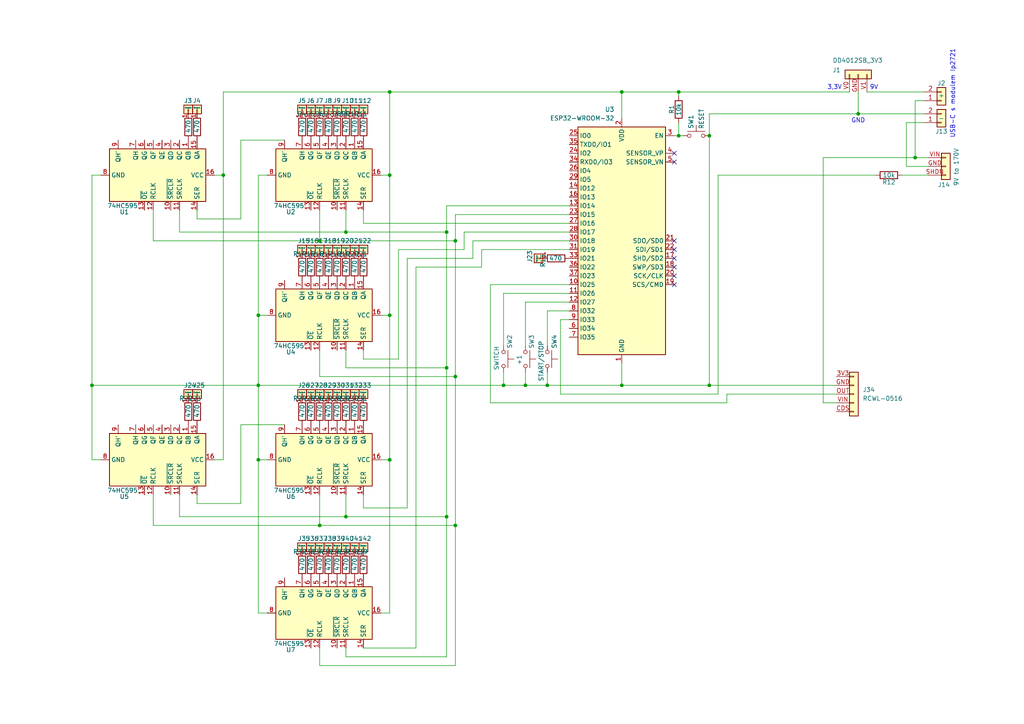
<source format=kicad_sch>
(kicad_sch (version 20250114) (generator "eeschema") (generator_version "9.0")
  (paper "A4")
  (lib_symbols
    (symbol "74xx:74HC595"
      (property "Reference" "U" (at -7.62 13.97 0))
      (property "Value" "74HC595" (at -7.62 -16.51 0))
      (symbol "74HC595_1_0"
        (pin input line (at -10.16 10.16 0) (length 2.54) (name "SER") (number "14"))
        (pin input line (at -10.16 5.08 0) (length 2.54) (name "SRCLK") (number "11"))
        (pin input line (at -10.16 2.54 0) (length 2.54) (name "~{SRCLR}") (number "10"))
        (pin input line (at -10.16 -2.54 0) (length 2.54) (name "RCLK") (number "12"))
        (pin input line (at -10.16 -5.08 0) (length 2.54) (name "~{OE}") (number "13"))
        (pin power_in line (at 0 15.24 270) (length 2.54) (name "VCC") (number "16"))
        (pin power_in line (at 0 -17.78 90) (length 2.54) (name "GND") (number "8"))
        (pin tri_state line (at 10.16 10.16 180) (length 2.54) (name "QA") (number "15"))
        (pin tri_state line (at 10.16 7.62 180) (length 2.54) (name "QB") (number "1"))
        (pin tri_state line (at 10.16 5.08 180) (length 2.54) (name "QC") (number "2"))
        (pin tri_state line (at 10.16 2.54 180) (length 2.54) (name "QD") (number "3"))
        (pin tri_state line (at 10.16 0 180) (length 2.54) (name "QE") (number "4"))
        (pin tri_state line (at 10.16 -2.54 180) (length 2.54) (name "QF") (number "5"))
        (pin tri_state line (at 10.16 -5.08 180) (length 2.54) (name "QG") (number "6"))
        (pin tri_state line (at 10.16 -7.62 180) (length 2.54) (name "QH") (number "7"))
        (pin output line (at 10.16 -12.7 180) (length 2.54) (name "QH'") (number "9"))
      )
    )
    (symbol "Conn_01x01_1" (pin_names (offset 1.016) (hide yes))
      (property "Reference" "J6" (at 2.54 1.27 90))
      (property "Value" "Output" (at 0.508 1.016 90))
      (symbol "Conn_01x01_1_1_1"
        (pin passive line (at -2.54 0 0) (length 1.27) (name "Pin_1") (number "1"))
      )
    )
    (symbol "Conn_01x03_1" (pin_names (offset 1.016) (hide yes))
      (property "Reference" "J42" (at 1.2701 -5.08 90))
      (property "Value" "DD4012SB_3V3" (at 4.064 7.112 90))
      (symbol "Conn_01x03_1_1_1"
        (pin passive line (at -5.08 2.54 0) (length 3.81) (name "Pin_1") (number "VIN"))
        (pin passive line (at -5.08 0 0) (length 3.81) (name "Pin_2") (number "GND"))
        (pin passive line (at -5.08 -2.54 0) (length 3.81) (name "Pin_3") (number "SHDN"))
      )
    )
    (symbol "Connector_Generic:Conn_01x02" (pin_names (offset 1.016) (hide yes))
      (property "Reference" "J" (at 0 2.54 0))
      (property "Value" "Conn_01x02" (at 0 -5.08 0))
      (symbol "Conn_01x02_1_1"
        (pin passive line (at -5.08 0 0) (length 3.81) (name "Pin_1") (number "1"))
        (pin passive line (at -5.08 -2.54 0) (length 3.81) (name "Pin_2") (number "2"))
      )
    )
    (symbol "Connector_Generic:Conn_01x03" (pin_names (offset 1.016) (hide yes))
      (property "Reference" "J2" (at 1.2701 -5.08 90))
      (property "Value" "DD4012SB_3V3" (at 4.064 7.112 90))
      (symbol "Conn_01x03_1_1"
        (pin passive line (at -5.08 2.54 0) (length 3.81) (name "Pin_1") (number "V1"))
        (pin passive line (at -5.08 0 0) (length 3.81) (name "Pin_2") (number "GND"))
        (pin passive line (at -5.08 -2.54 0) (length 3.81) (name "Pin_3") (number "V0"))
      )
    )
    (symbol "Connector_Generic:Conn_01x05" (pin_names (offset 1.016) (hide yes))
      (property "Reference" "J24" (at 2.54 1.2701 0))
      (property "Value" "RCWL-0516" (at 2.54 -1.2699 0))
      (symbol "Conn_01x05_1_1"
        (pin passive line (at -5.08 5.08 0) (length 3.81) (name "Pin_1") (number "3V3"))
        (pin passive line (at -5.08 2.54 0) (length 3.81) (name "Pin_2") (number "GND"))
        (pin passive line (at -5.08 0 0) (length 3.81) (name "Pin_3") (number "OUT"))
        (pin passive line (at -5.08 -2.54 0) (length 3.81) (name "Pin_4") (number "VIN"))
        (pin passive line (at -5.08 -5.08 0) (length 3.81) (name "Pin_5") (number "CDS"))
      )
    )
    (symbol "Device:R" (pin_numbers (hide yes)) (pin_names (offset 0))
      (property "Reference" "R" (at 2.032 0 90))
      (property "Value" "R" (at 0 0 90))
      (symbol "R_1_1"
        (pin passive line (at 0 3.81 270) (length 1.27) (name "~") (number "1"))
        (pin passive line (at 0 -3.81 90) (length 1.27) (name "~") (number "2"))
      )
    )
    (symbol "RF_Module:ESP32-WROOM-32"
      (property "Reference" "U" (at -12.7 34.29 0))
      (property "Value" "ESP32-WROOM-32" (at 1.27 34.29 0))
      (symbol "ESP32-WROOM-32_1_1"
        (pin input line (at -15.24 30.48 0) (length 2.54) (name "EN") (number "3"))
        (pin input line (at -15.24 25.4 0) (length 2.54) (name "SENSOR_VP") (number "4"))
        (pin input line (at -15.24 22.86 0) (length 2.54) (name "SENSOR_VN") (number "5"))
        (pin bidirectional line (at -15.24 0 0) (length 2.54) (name "SDO/SD0") (number "21"))
        (pin bidirectional line (at -15.24 -2.54 0) (length 2.54) (name "SDI/SD1") (number "22"))
        (pin bidirectional line (at -15.24 -5.08 0) (length 2.54) (name "SHD/SD2") (number "17"))
        (pin bidirectional line (at -15.24 -7.62 0) (length 2.54) (name "SWP/SD3") (number "18"))
        (pin bidirectional line (at -15.24 -10.16 0) (length 2.54) (name "SCK/CLK") (number "20"))
        (pin bidirectional line (at -15.24 -12.7 0) (length 2.54) (name "SCS/CMD") (number "19"))
        (pin no_connect line (at -12.7 -27.94 0) (length 2.54) (hide yes) (name "NC") (number "32"))
        (pin power_in line (at 0 35.56 270) (length 2.54) (name "VDD") (number "2"))
        (pin power_in line (at 0 -35.56 90) (length 2.54) (name "GND") (number "1"))
        (pin passive line (at 0 -35.56 90) (length 2.54) (hide yes) (name "GND") (number "15"))
        (pin passive line (at 0 -35.56 90) (length 2.54) (hide yes) (name "GND") (number "38"))
        (pin passive line (at 0 -35.56 90) (length 2.54) (hide yes) (name "GND") (number "39"))
        (pin bidirectional line (at 15.24 30.48 180) (length 2.54) (name "IO0") (number "25"))
        (pin bidirectional line (at 15.24 27.94 180) (length 2.54) (name "TXD0/IO1") (number "35"))
        (pin bidirectional line (at 15.24 25.4 180) (length 2.54) (name "IO2") (number "24"))
        (pin bidirectional line (at 15.24 22.86 180) (length 2.54) (name "RXD0/IO3") (number "34"))
        (pin bidirectional line (at 15.24 20.32 180) (length 2.54) (name "IO4") (number "26"))
        (pin bidirectional line (at 15.24 17.78 180) (length 2.54) (name "IO5") (number "29"))
        (pin bidirectional line (at 15.24 15.24 180) (length 2.54) (name "IO12") (number "14"))
        (pin bidirectional line (at 15.24 12.7 180) (length 2.54) (name "IO13") (number "16"))
        (pin bidirectional line (at 15.24 10.16 180) (length 2.54) (name "IO14") (number "13"))
        (pin bidirectional line (at 15.24 7.62 180) (length 2.54) (name "IO15") (number "23"))
        (pin bidirectional line (at 15.24 5.08 180) (length 2.54) (name "IO16") (number "27"))
        (pin bidirectional line (at 15.24 2.54 180) (length 2.54) (name "IO17") (number "28"))
        (pin bidirectional line (at 15.24 0 180) (length 2.54) (name "IO18") (number "30"))
        (pin bidirectional line (at 15.24 -2.54 180) (length 2.54) (name "IO19") (number "31"))
        (pin bidirectional line (at 15.24 -5.08 180) (length 2.54) (name "IO21") (number "33"))
        (pin bidirectional line (at 15.24 -7.62 180) (length 2.54) (name "IO22") (number "36"))
        (pin bidirectional line (at 15.24 -10.16 180) (length 2.54) (name "IO23") (number "37"))
        (pin bidirectional line (at 15.24 -12.7 180) (length 2.54) (name "IO25") (number "10"))
        (pin bidirectional line (at 15.24 -15.24 180) (length 2.54) (name "IO26") (number "11"))
        (pin bidirectional line (at 15.24 -17.78 180) (length 2.54) (name "IO27") (number "12"))
        (pin bidirectional line (at 15.24 -20.32 180) (length 2.54) (name "IO32") (number "8"))
        (pin bidirectional line (at 15.24 -22.86 180) (length 2.54) (name "IO33") (number "9"))
        (pin input line (at 15.24 -25.4 180) (length 2.54) (name "IO34") (number "6"))
        (pin input line (at 15.24 -27.94 180) (length 2.54) (name "IO35") (number "7"))
      )
    )
    (symbol "R_1" (pin_numbers (hide yes)) (pin_names (offset 0))
      (property "Reference" "R15" (at -1.27 3.81 0))
      (property "Value" "470" (at 0 -1.778 90))
      (symbol "R_1_1_1"
        (pin passive line (at 0 2.54 270) (length 0) (name "~") (number "1"))
        (pin passive line (at 0 -3.81 90) (length 1.27) (name "~") (number "2"))
      )
    )
    (symbol "Switch:SW_Push" (pin_numbers (hide yes)) (pin_names (offset 1.016) (hide yes))
      (property "Reference" "SW1" (at 1.524 6.096 90))
      (property "Value" "SW_Push" (at -1.524 10.414 90))
      (symbol "SW_Push_1_1"
        (pin passive line (at -3.81 0 0) (length 1.27) (name "1") (number "1"))
        (pin passive line (at 3.81 0 180) (length 1.27) (name "2") (number "2"))
      )
    )
  )
  (text "9V" (at 253.492 25.4 0) (effects (font (size 1.27 1.27))))
  (text "3,3V" (at 242.062 25.4 0) (effects (font (size 1.27 1.27))))
  (text "GND" (at 248.92 35.052 0) (effects (font (size 1.27 1.27))))
  (text "USB-C s modulem Ip2721" (at 276.352 27.178 90) (effects (font (size 1.27 1.27))))
  (junction (at 265.43 45.72))
  (junction (at 196.85 26.67))
  (junction (at 74.93 111.76))
  (junction (at 92.71 69.85))
  (junction (at 100.33 67.31))
  (junction (at 180.34 111.76))
  (junction (at 180.34 26.67))
  (junction (at 113.03 133.35))
  (junction (at 132.08 109.22))
  (junction (at 248.92 33.02))
  (junction (at 74.93 91.44))
  (junction (at 158.75 111.76))
  (junction (at 152.4 111.76))
  (junction (at 132.08 152.4))
  (junction (at 205.74 39.37))
  (junction (at 205.74 111.76))
  (junction (at 129.54 106.68))
  (junction (at 129.54 67.31))
  (junction (at 113.03 26.67))
  (junction (at 113.03 91.44))
  (junction (at 64.77 50.8))
  (junction (at 100.33 149.86))
  (junction (at 146.05 111.76))
  (junction (at 196.85 39.37))
  (junction (at 129.54 149.86))
  (junction (at 26.67 111.76))
  (junction (at 132.08 69.85))
  (junction (at 74.93 133.35))
  (junction (at 92.71 152.4))
  (junction (at 113.03 50.8))
  (no_connect (at 195.58 72.39))
  (no_connect (at 195.58 74.93))
  (no_connect (at -800.1 -491.49))
  (no_connect (at 195.58 77.47))
  (no_connect (at 195.58 69.85))
  (no_connect (at -1386.84 -1120.14))
  (no_connect (at 195.58 44.45))
  (no_connect (at 195.58 46.99))
  (no_connect (at 195.58 82.55))
  (no_connect (at 195.58 80.01))
  (wire (pts (xy 208.28 50.8) (xy 208.28 114.3)))
  (wire (pts (xy 69.85 40.64) (xy 69.85 63.5)))
  (wire (pts (xy 152.4 111.76) (xy 158.75 111.76)))
  (wire (pts (xy 246.38 26.67) (xy 196.85 26.67)))
  (wire (pts (xy 115.57 104.14) (xy 105.41 104.14)))
  (wire (pts (xy 162.56 92.71) (xy 162.56 114.3)))
  (wire (pts (xy 165.1 64.77) (xy 105.41 64.77)))
  (wire (pts (xy 205.74 33.02) (xy 205.74 39.37)))
  (wire (pts (xy 165.1 90.17) (xy 158.75 90.17)))
  (wire (pts (xy 208.28 114.3) (xy 162.56 114.3)))
  (wire (pts (xy 113.03 26.67) (xy 180.34 26.67)))
  (wire (pts (xy 77.47 177.8) (xy 74.93 177.8)))
  (wire (pts (xy 74.93 133.35) (xy 74.93 177.8)))
  (wire (pts (xy 120.65 77.47) (xy 139.7 77.47)))
  (wire (pts (xy 142.24 82.55) (xy 142.24 116.84)))
  (wire (pts (xy 129.54 190.5) (xy 129.54 149.86)))
  (wire (pts (xy 152.4 107.95) (xy 152.4 111.76)))
  (wire (pts (xy 134.62 67.31) (xy 134.62 72.39)))
  (wire (pts (xy 64.77 26.67) (xy 64.77 50.8)))
  (wire (pts (xy 210.82 114.3) (xy 242.57 114.3)))
  (wire (pts (xy 129.54 67.31) (xy 129.54 106.68)))
  (wire (pts (xy 129.54 106.68) (xy 100.33 106.68)))
  (wire (pts (xy 165.1 59.69) (xy 129.54 59.69)))
  (wire (pts (xy 242.57 116.84) (xy 238.76 116.84)))
  (wire (pts (xy 26.67 111.76) (xy 74.93 111.76)))
  (wire (pts (xy 248.92 33.02) (xy 205.74 33.02)))
  (wire (pts (xy 110.49 133.35) (xy 113.03 133.35)))
  (wire (pts (xy 82.55 40.64) (xy 69.85 40.64)))
  (wire (pts (xy 110.49 177.8) (xy 113.03 177.8)))
  (wire (pts (xy 100.33 190.5) (xy 129.54 190.5)))
  (wire (pts (xy 152.4 100.33) (xy 152.4 87.63)))
  (wire (pts (xy 113.03 26.67) (xy 113.03 50.8)))
  (wire (pts (xy 195.58 39.37) (xy 196.85 39.37)))
  (wire (pts (xy 238.76 116.84) (xy 238.76 45.72)))
  (wire (pts (xy 64.77 50.8) (xy 62.23 50.8)))
  (wire (pts (xy 146.05 85.09) (xy 146.05 100.33)))
  (wire (pts (xy 129.54 67.31) (xy 100.33 67.31)))
  (wire (pts (xy 57.15 63.5) (xy 57.15 60.96)))
  (wire (pts (xy 74.93 111.76) (xy 74.93 133.35)))
  (wire (pts (xy 105.41 101.6) (xy 105.41 104.14)))
  (wire (pts (xy 142.24 116.84) (xy 210.82 116.84)))
  (wire (pts (xy 129.54 149.86) (xy 100.33 149.86)))
  (wire (pts (xy 158.75 90.17) (xy 158.75 100.33)))
  (wire (pts (xy 115.57 72.39) (xy 115.57 104.14)))
  (wire (pts (xy 180.34 26.67) (xy 180.34 34.29)))
  (wire (pts (xy 146.05 111.76) (xy 152.4 111.76)))
  (wire (pts (xy 113.03 50.8) (xy 113.03 91.44)))
  (wire (pts (xy 64.77 50.8) (xy 64.77 133.35)))
  (wire (pts (xy 165.1 67.31) (xy 134.62 67.31)))
  (wire (pts (xy 57.15 146.05) (xy 69.85 146.05)))
  (wire (pts (xy 180.34 111.76) (xy 180.34 105.41)))
  (wire (pts (xy 120.65 187.96) (xy 120.65 77.47)))
  (wire (pts (xy 92.71 69.85) (xy 44.45 69.85)))
  (wire (pts (xy 100.33 143.51) (xy 100.33 149.86)))
  (wire (pts (xy 129.54 59.69) (xy 129.54 67.31)))
  (wire (pts (xy 165.1 85.09) (xy 146.05 85.09)))
  (wire (pts (xy 29.21 133.35) (xy 26.67 133.35)))
  (wire (pts (xy 92.71 187.96) (xy 92.71 193.04)))
  (wire (pts (xy 210.82 116.84) (xy 210.82 114.3)))
  (wire (pts (xy 118.11 74.93) (xy 137.16 74.93)))
  (wire (pts (xy 74.93 111.76) (xy 146.05 111.76)))
  (wire (pts (xy 52.07 149.86) (xy 100.33 149.86)))
  (wire (pts (xy 69.85 63.5) (xy 57.15 63.5)))
  (wire (pts (xy 44.45 69.85) (xy 44.45 60.96)))
  (wire (pts (xy 69.85 123.19) (xy 69.85 146.05)))
  (wire (pts (xy 100.33 67.31) (xy 52.07 67.31)))
  (wire (pts (xy 92.71 60.96) (xy 92.71 69.85)))
  (wire (pts (xy 248.92 26.67) (xy 248.92 33.02)))
  (wire (pts (xy 251.46 26.67) (xy 267.97 26.67)))
  (wire (pts (xy 74.93 91.44) (xy 77.47 91.44)))
  (wire (pts (xy 105.41 187.96) (xy 120.65 187.96)))
  (wire (pts (xy 113.03 91.44) (xy 113.03 133.35)))
  (wire (pts (xy 74.93 50.8) (xy 74.93 91.44)))
  (wire (pts (xy 132.08 69.85) (xy 132.08 109.22)))
  (wire (pts (xy 118.11 147.32) (xy 118.11 74.93)))
  (wire (pts (xy 142.24 82.55) (xy 165.1 82.55)))
  (wire (pts (xy 74.93 91.44) (xy 74.93 111.76)))
  (wire (pts (xy 248.92 33.02) (xy 267.97 33.02)))
  (wire (pts (xy 82.55 123.19) (xy 69.85 123.19)))
  (wire (pts (xy 113.03 26.67) (xy 64.77 26.67)))
  (wire (pts (xy 132.08 109.22) (xy 92.71 109.22)))
  (wire (pts (xy 196.85 26.67) (xy 196.85 27.94)))
  (wire (pts (xy 196.85 39.37) (xy 198.12 39.37)))
  (wire (pts (xy 242.57 111.76) (xy 205.74 111.76)))
  (wire (pts (xy 139.7 72.39) (xy 139.7 77.47)))
  (wire (pts (xy 44.45 152.4) (xy 92.71 152.4)))
  (wire (pts (xy 105.41 60.96) (xy 105.41 64.77)))
  (wire (pts (xy 269.24 48.26) (xy 262.89 48.26)))
  (wire (pts (xy 64.77 133.35) (xy 62.23 133.35)))
  (wire (pts (xy 269.24 50.8) (xy 261.62 50.8)))
  (wire (pts (xy 165.1 62.23) (xy 132.08 62.23)))
  (wire (pts (xy 132.08 62.23) (xy 132.08 69.85)))
  (wire (pts (xy 100.33 187.96) (xy 100.33 190.5)))
  (wire (pts (xy 165.1 92.71) (xy 162.56 92.71)))
  (wire (pts (xy 137.16 69.85) (xy 137.16 74.93)))
  (wire (pts (xy 26.67 133.35) (xy 26.67 111.76)))
  (wire (pts (xy 26.67 50.8) (xy 29.21 50.8)))
  (wire (pts (xy 134.62 72.39) (xy 115.57 72.39)))
  (wire (pts (xy 92.71 152.4) (xy 132.08 152.4)))
  (wire (pts (xy 100.33 60.96) (xy 100.33 67.31)))
  (wire (pts (xy 262.89 35.56) (xy 262.89 48.26)))
  (wire (pts (xy 52.07 149.86) (xy 52.07 143.51)))
  (wire (pts (xy 92.71 143.51) (xy 92.71 152.4)))
  (wire (pts (xy 74.93 133.35) (xy 77.47 133.35)))
  (wire (pts (xy 44.45 152.4) (xy 44.45 143.51)))
  (wire (pts (xy 129.54 106.68) (xy 129.54 149.86)))
  (wire (pts (xy 265.43 29.21) (xy 265.43 45.72)))
  (wire (pts (xy 158.75 107.95) (xy 158.75 111.76)))
  (wire (pts (xy 113.03 133.35) (xy 113.03 177.8)))
  (wire (pts (xy 26.67 50.8) (xy 26.67 111.76)))
  (wire (pts (xy 105.41 143.51) (xy 105.41 147.32)))
  (wire (pts (xy 165.1 69.85) (xy 137.16 69.85)))
  (wire (pts (xy 196.85 35.56) (xy 196.85 39.37)))
  (wire (pts (xy 152.4 87.63) (xy 165.1 87.63)))
  (wire (pts (xy 146.05 107.95) (xy 146.05 111.76)))
  (wire (pts (xy 205.74 39.37) (xy 205.74 111.76)))
  (wire (pts (xy 74.93 50.8) (xy 77.47 50.8)))
  (wire (pts (xy 52.07 67.31) (xy 52.07 60.96)))
  (wire (pts (xy 57.15 146.05) (xy 57.15 143.51)))
  (wire (pts (xy 132.08 193.04) (xy 132.08 152.4)))
  (wire (pts (xy 267.97 35.56) (xy 262.89 35.56)))
  (wire (pts (xy 180.34 26.67) (xy 196.85 26.67)))
  (wire (pts (xy 110.49 50.8) (xy 113.03 50.8)))
  (wire (pts (xy 132.08 69.85) (xy 92.71 69.85)))
  (wire (pts (xy 105.41 147.32) (xy 118.11 147.32)))
  (wire (pts (xy 92.71 101.6) (xy 92.71 109.22)))
  (wire (pts (xy 132.08 152.4) (xy 132.08 109.22)))
  (wire (pts (xy 165.1 72.39) (xy 139.7 72.39)))
  (wire (pts (xy 100.33 101.6) (xy 100.33 106.68)))
  (wire (pts (xy 265.43 29.21) (xy 267.97 29.21)))
  (wire (pts (xy 113.03 91.44) (xy 110.49 91.44)))
  (wire (pts (xy 254 50.8) (xy 208.28 50.8)))
  (wire (pts (xy 158.75 111.76) (xy 180.34 111.76)))
  (wire (pts (xy 180.34 111.76) (xy 205.74 111.76)))
  (wire (pts (xy 238.76 45.72) (xy 265.43 45.72)))
  (wire (pts (xy 265.43 45.72) (xy 269.24 45.72)))
  (wire (pts (xy 92.71 193.04) (xy 132.08 193.04)))
  (symbol (lib_name "R_1") (lib_id "Device:R") (at 90.17 163.83 0) (mirror y) (unit 1)
    (property "Reference" "R33" (at 91.44 160.02 0) (effects (justify left)))
    (property "Value" "470" (at 90.17 165.608 90) (effects (justify left)))
    (property "Footprint" "Resistor_SMD:R_1206_3216Metric_Pad1.30x1.75mm_HandSolder" (effects (hide yes)))
    (property "Description" "Resistor" (effects (hide yes)))
  )
  (symbol (lib_name "Conn_01x01_1") (lib_id "Connector_Generic:Conn_01x01") (at 90.17 31.75 90) (unit 1)
    (property "Reference" "J6" (at 88.9 29.21 90) (effects (justify right)))
    (property "Value" "Output" (at 89.154 31.242 90) (effects (font (size 0.381 0.381)) (justify right)))
    (property "Footprint" "Connector_PinHeader_2.00mm:PinHeader_1x01_P2.00mm_Horizontal" (effects (hide yes)))
    (property "Description" "Generic connector, single row, 01x01, script generated (kicad-library-utils/schlib/autogen/connector/)" (effects (hide yes)))
  )
  (symbol (lib_name "R_1") (lib_id "Device:R") (at 105.41 119.38 0) (mirror y) (unit 1)
    (property "Reference" "R31" (at 106.68 115.57 0) (effects (justify left)))
    (property "Value" "470" (at 105.41 121.158 90) (effects (justify left)))
    (property "Footprint" "Resistor_SMD:R_1206_3216Metric_Pad1.30x1.75mm_HandSolder" (effects (hide yes)))
    (property "Description" "Resistor" (effects (hide yes)))
  )
  (symbol (lib_name "R_1") (lib_id "Device:R") (at 97.79 77.47 0) (mirror y) (unit 1)
    (property "Reference" "R18" (at 99.06 73.66 0) (effects (justify left)))
    (property "Value" "470" (at 97.79 79.248 90) (effects (justify left)))
    (property "Footprint" "Resistor_SMD:R_1206_3216Metric_Pad1.30x1.75mm_HandSolder" (effects (hide yes)))
    (property "Description" "Resistor" (effects (hide yes)))
  )
  (symbol (lib_name "R_1") (lib_id "Device:R") (at 95.25 36.83 0) (mirror y) (unit 1)
    (property "Reference" "R7" (at 96.52 33.02 0) (effects (justify left)))
    (property "Value" "470" (at 95.25 38.608 90) (effects (justify left)))
    (property "Footprint" "Resistor_SMD:R_1206_3216Metric_Pad1.30x1.75mm_HandSolder" (effects (hide yes)))
    (property "Description" "Resistor" (effects (hide yes)))
  )
  (symbol (lib_name "R_1") (lib_id "Device:R") (at 105.41 77.47 0) (mirror y) (unit 1)
    (property "Reference" "R21" (at 106.68 73.66 0) (effects (justify left)))
    (property "Value" "470" (at 105.41 79.248 90) (effects (justify left)))
    (property "Footprint" "Resistor_SMD:R_1206_3216Metric_Pad1.30x1.75mm_HandSolder" (effects (hide yes)))
    (property "Description" "Resistor" (effects (hide yes)))
  )
  (symbol (lib_name "Conn_01x01_1") (lib_id "Connector_Generic:Conn_01x01") (at 100.33 114.3 90) (unit 1)
    (property "Reference" "J31" (at 99.06 111.76 90) (effects (justify right)))
    (property "Value" "Output" (at 99.314 113.792 90) (effects (font (size 0.381 0.381)) (justify right)))
    (property "Footprint" "Connector_PinHeader_2.00mm:PinHeader_1x01_P2.00mm_Horizontal" (effects (hide yes)))
    (property "Description" "Generic connector, single row, 01x01, script generated (kicad-library-utils/schlib/autogen/connector/)" (effects (hide yes)))
  )
  (symbol (lib_id "74xx:74HC595") (at 95.25 133.35 270) (mirror x) (unit 1)
    (property "Reference" "U6" (at 84.328 144.018 90))
    (property "Value" "74HC595" (at 83.82 142.24 90))
    (property "Datasheet" "http://www.ti.com/lit/ds/symlink/sn74hc595.pdf" (effects (hide yes)))
    (property "Description" "8-bit serial in/out Shift Register 3-State Outputs" (effects (hide yes)))
    (property "Sim.Library" ".\\" (effects (hide yes)))
  )
  (symbol (lib_name "Conn_01x01_1") (lib_id "Connector_Generic:Conn_01x01") (at 105.41 72.39 90) (unit 1)
    (property "Reference" "J22" (at 104.14 69.85 90) (effects (justify right)))
    (property "Value" "Output" (at 104.394 71.882 90) (effects (font (size 0.381 0.381)) (justify right)))
    (property "Footprint" "Connector_PinHeader_2.00mm:PinHeader_1x01_P2.00mm_Horizontal" (effects (hide yes)))
    (property "Description" "Generic connector, single row, 01x01, script generated (kicad-library-utils/schlib/autogen/connector/)" (effects (hide yes)))
  )
  (symbol (lib_name "Conn_01x01_1") (lib_id "Connector_Generic:Conn_01x01") (at 92.71 114.3 90) (unit 1)
    (property "Reference" "J28" (at 91.44 111.76 90) (effects (justify right)))
    (property "Value" "Output" (at 91.694 113.792 90) (effects (font (size 0.381 0.381)) (justify right)))
    (property "Footprint" "Connector_PinHeader_2.00mm:PinHeader_1x01_P2.00mm_Horizontal" (effects (hide yes)))
    (property "Description" "Generic connector, single row, 01x01, script generated (kicad-library-utils/schlib/autogen/connector/)" (effects (hide yes)))
  )
  (symbol (lib_name "R_1") (lib_id "Device:R") (at 95.25 77.47 0) (mirror y) (unit 1)
    (property "Reference" "R17" (at 96.52 73.66 0) (effects (justify left)))
    (property "Value" "470" (at 95.25 79.248 90) (effects (justify left)))
    (property "Footprint" "Resistor_SMD:R_1206_3216Metric_Pad1.30x1.75mm_HandSolder" (effects (hide yes)))
    (property "Description" "Resistor" (effects (hide yes)))
  )
  (symbol (lib_name "Conn_01x01_1") (lib_id "Connector_Generic:Conn_01x01") (at 95.25 114.3 90) (unit 1)
    (property "Reference" "J29" (at 93.98 111.76 90) (effects (justify right)))
    (property "Value" "Output" (at 94.234 113.792 90) (effects (font (size 0.381 0.381)) (justify right)))
    (property "Footprint" "Connector_PinHeader_2.00mm:PinHeader_1x01_P2.00mm_Horizontal" (effects (hide yes)))
    (property "Description" "Generic connector, single row, 01x01, script generated (kicad-library-utils/schlib/autogen/connector/)" (effects (hide yes)))
  )
  (symbol (lib_name "R_1") (lib_id "Device:R") (at 92.71 77.47 0) (mirror y) (unit 1)
    (property "Reference" "R16" (at 93.98 73.66 0) (effects (justify left)))
    (property "Value" "470" (at 92.71 79.248 90) (effects (justify left)))
    (property "Footprint" "Resistor_SMD:R_1206_3216Metric_Pad1.30x1.75mm_HandSolder" (effects (hide yes)))
    (property "Description" "Resistor" (effects (hide yes)))
  )
  (symbol (lib_name "Conn_01x01_1") (lib_id "Connector_Generic:Conn_01x01") (at 95.25 72.39 90) (unit 1)
    (property "Reference" "J18" (at 93.98 69.85 90) (effects (justify right)))
    (property "Value" "Output" (at 94.234 71.882 90) (effects (font (size 0.381 0.381)) (justify right)))
    (property "Footprint" "Connector_PinHeader_2.00mm:PinHeader_1x01_P2.00mm_Horizontal" (effects (hide yes)))
    (property "Description" "Generic connector, single row, 01x01, script generated (kicad-library-utils/schlib/autogen/connector/)" (effects (hide yes)))
  )
  (symbol (lib_name "Conn_01x01_1") (lib_id "Connector_Generic:Conn_01x01") (at 90.17 158.75 90) (unit 1)
    (property "Reference" "J36" (at 88.9 156.21 90) (effects (justify right)))
    (property "Value" "Output" (at 89.154 158.242 90) (effects (font (size 0.381 0.381)) (justify right)))
    (property "Footprint" "Connector_PinHeader_2.00mm:PinHeader_1x01_P2.00mm_Horizontal" (effects (hide yes)))
    (property "Description" "Generic connector, single row, 01x01, script generated (kicad-library-utils/schlib/autogen/connector/)" (effects (hide yes)))
  )
  (symbol (lib_name "Conn_01x03_1") (lib_id "Connector_Generic:Conn_01x03") (at 274.32 48.26 0) (unit 1)
    (property "Reference" "J14" (at 275.59 53.594 0) (effects (justify right)))
    (property "Value" "9V to 170V" (at 277.368 42.926 90) (effects (justify right)))
    (property "Description" "Generic connector, single row, 01x03, script generated (kicad-library-utils/schlib/autogen/connector/)" (effects (hide yes)))
  )
  (symbol (lib_name "Conn_01x01_1") (lib_id "Connector_Generic:Conn_01x01") (at 87.63 114.3 90) (unit 1)
    (property "Reference" "J26" (at 86.36 111.76 90) (effects (justify right)))
    (property "Value" "Output" (at 86.614 113.792 90) (effects (font (size 0.381 0.381)) (justify right)))
    (property "Footprint" "Connector_PinHeader_2.00mm:PinHeader_1x01_P2.00mm_Horizontal" (effects (hide yes)))
    (property "Description" "Generic connector, single row, 01x01, script generated (kicad-library-utils/schlib/autogen/connector/)" (effects (hide yes)))
  )
  (symbol (lib_name "R_1") (lib_id "Device:R") (at 54.61 119.38 0) (mirror y) (unit 1)
    (property "Reference" "R22" (at 55.88 115.57 0) (effects (justify left)))
    (property "Value" "470" (at 54.61 121.158 90) (effects (justify left)))
    (property "Footprint" "Resistor_SMD:R_1206_3216Metric_Pad1.30x1.75mm_HandSolder" (effects (hide yes)))
    (property "Description" "Resistor" (effects (hide yes)))
  )
  (symbol (lib_id "Connector_Generic:Conn_01x05") (at 247.65 114.3 0) (unit 1)
    (property "Reference" "J34" (at 250.19 113.0299 0) (effects (justify left)))
    (property "Value" "RCWL-0516" (at 250.19 115.5699 0) (effects (justify left)))
    (property "Description" "Generic connector, single row, 01x05, script generated (kicad-library-utils/schlib/autogen/connector/)" (effects (hide yes)))
  )
  (symbol (lib_id "74xx:74HC595") (at 46.99 133.35 270) (mirror x) (unit 1)
    (property "Reference" "U5" (at 36.068 144.018 90))
    (property "Value" "74HC595" (at 35.56 142.24 90))
    (property "Datasheet" "http://www.ti.com/lit/ds/symlink/sn74hc595.pdf" (effects (hide yes)))
    (property "Description" "8-bit serial in/out Shift Register 3-State Outputs" (effects (hide yes)))
  )
  (symbol (lib_name "Conn_01x01_1") (lib_id "Connector_Generic:Conn_01x01") (at 92.71 158.75 90) (unit 1)
    (property "Reference" "J37" (at 91.44 156.21 90) (effects (justify right)))
    (property "Value" "Output" (at 91.694 158.242 90) (effects (font (size 0.381 0.381)) (justify right)))
    (property "Footprint" "Connector_PinHeader_2.00mm:PinHeader_1x01_P2.00mm_Horizontal" (effects (hide yes)))
    (property "Description" "Generic connector, single row, 01x01, script generated (kicad-library-utils/schlib/autogen/connector/)" (effects (hide yes)))
  )
  (symbol (lib_id "Switch:SW_Push") (at 146.05 104.14 270) (mirror x) (unit 1)
    (property "Reference" "SW2" (at 147.828 97.028 0) (effects (justify right)))
    (property "Value" "SWITCH" (at 144.018 100.33 0) (effects (justify right)))
    (property "Description" "Push button switch, generic, two pins" (effects (hide yes)))
  )
  (symbol (lib_name "R_1") (lib_id "Device:R") (at 57.15 119.38 0) (mirror y) (unit 1)
    (property "Reference" "R23" (at 58.42 115.57 0) (effects (justify left)))
    (property "Value" "470" (at 57.15 121.158 90) (effects (justify left)))
    (property "Footprint" "Resistor_SMD:R_1206_3216Metric_Pad1.30x1.75mm_HandSolder" (effects (hide yes)))
    (property "Description" "Resistor" (effects (hide yes)))
  )
  (symbol (lib_name "R_1") (lib_id "Device:R") (at 95.25 163.83 0) (mirror y) (unit 1)
    (property "Reference" "R35" (at 96.52 160.02 0) (effects (justify left)))
    (property "Value" "470" (at 95.25 165.608 90) (effects (justify left)))
    (property "Footprint" "Resistor_SMD:R_1206_3216Metric_Pad1.30x1.75mm_HandSolder" (effects (hide yes)))
    (property "Description" "Resistor" (effects (hide yes)))
  )
  (symbol (lib_name "Conn_01x01_1") (lib_id "Connector_Generic:Conn_01x01") (at 87.63 72.39 90) (unit 1)
    (property "Reference" "J15" (at 86.36 69.85 90) (effects (justify right)))
    (property "Value" "Output" (at 86.614 71.882 90) (effects (font (size 0.381 0.381)) (justify right)))
    (property "Footprint" "Connector_PinHeader_2.00mm:PinHeader_1x01_P2.00mm_Horizontal" (effects (hide yes)))
    (property "Description" "Generic connector, single row, 01x01, script generated (kicad-library-utils/schlib/autogen/connector/)" (effects (hide yes)))
  )
  (symbol (lib_name "Conn_01x01_1") (lib_id "Connector_Generic:Conn_01x01") (at 87.63 31.75 90) (unit 1)
    (property "Reference" "J5" (at 86.36 29.21 90) (effects (justify right)))
    (property "Value" "Output" (at 86.614 31.242 90) (effects (font (size 0.381 0.381)) (justify right)))
    (property "Footprint" "Connector_PinHeader_2.00mm:PinHeader_1x01_P2.00mm_Horizontal" (effects (hide yes)))
    (property "Description" "Generic connector, single row, 01x01, script generated (kicad-library-utils/schlib/autogen/connector/)" (effects (hide yes)))
  )
  (symbol (lib_name "Conn_01x01_1") (lib_id "Connector_Generic:Conn_01x01") (at 54.61 114.3 90) (unit 1)
    (property "Reference" "J24" (at 53.34 111.76 90) (effects (justify right)))
    (property "Value" "Output" (at 53.594 113.792 90) (effects (font (size 0.381 0.381)) (justify right)))
    (property "Footprint" "Connector_PinHeader_2.00mm:PinHeader_1x01_P2.00mm_Horizontal" (effects (hide yes)))
    (property "Description" "Generic connector, single row, 01x01, script generated (kicad-library-utils/schlib/autogen/connector/)" (effects (hide yes)))
  )
  (symbol (lib_name "Conn_01x01_1") (lib_id "Connector_Generic:Conn_01x01") (at 102.87 158.75 90) (unit 1)
    (property "Reference" "J41" (at 101.6 156.21 90) (effects (justify right)))
    (property "Value" "Output" (at 101.854 158.242 90) (effects (font (size 0.381 0.381)) (justify right)))
    (property "Footprint" "Connector_PinHeader_2.00mm:PinHeader_1x01_P2.00mm_Horizontal" (effects (hide yes)))
    (property "Description" "Generic connector, single row, 01x01, script generated (kicad-library-utils/schlib/autogen/connector/)" (effects (hide yes)))
  )
  (symbol (lib_name "Conn_01x01_1") (lib_id "Connector_Generic:Conn_01x01") (at 102.87 31.75 90) (unit 1)
    (property "Reference" "J11" (at 101.6 29.21 90) (effects (justify right)))
    (property "Value" "Output" (at 101.854 31.242 90) (effects (font (size 0.381 0.381)) (justify right)))
    (property "Footprint" "Connector_PinHeader_2.00mm:PinHeader_1x01_P2.00mm_Horizontal" (effects (hide yes)))
    (property "Description" "Generic connector, single row, 01x01, script generated (kicad-library-utils/schlib/autogen/connector/)" (effects (hide yes)))
  )
  (symbol (lib_id "RF_Module:ESP32-WROOM-32") (at 180.34 69.85 0) (mirror y) (unit 1)
    (property "Reference" "U3" (at 178.1967 31.75 0) (effects (justify left)))
    (property "Value" "ESP32-WROOM-32" (at 178.1967 34.29 0) (effects (justify left)))
    (property "Footprint" "RF_Module:ESP32-WROOM-32" (effects (hide yes)))
    (property "Datasheet" "https://www.espressif.com/sites/default/files/documentation/esp32-wroom-32_datasheet_en.pdf" (effects (hide yes)))
    (property "Description" "RF Module, ESP32-D0WDQ6 SoC, Wi-Fi 802.11b/g/n, Bluetooth, BLE, 32-bit, 2.7-3.6V, onboard antenna, SMD" (effects (hide yes)))
  )
  (symbol (lib_name "Conn_01x01_1") (lib_id "Connector_Generic:Conn_01x01") (at 97.79 158.75 90) (unit 1)
    (property "Reference" "J39" (at 96.52 156.21 90) (effects (justify right)))
    (property "Value" "Output" (at 96.774 158.242 90) (effects (font (size 0.381 0.381)) (justify right)))
    (property "Footprint" "Connector_PinHeader_2.00mm:PinHeader_1x01_P2.00mm_Horizontal" (effects (hide yes)))
    (property "Description" "Generic connector, single row, 01x01, script generated (kicad-library-utils/schlib/autogen/connector/)" (effects (hide yes)))
  )
  (symbol (lib_name "R_1") (lib_id "Device:R") (at 92.71 36.83 0) (mirror y) (unit 1)
    (property "Reference" "R6" (at 93.98 33.02 0) (effects (justify left)))
    (property "Value" "470" (at 92.71 38.608 90) (effects (justify left)))
    (property "Footprint" "Resistor_SMD:R_1206_3216Metric_Pad1.30x1.75mm_HandSolder" (effects (hide yes)))
    (property "Description" "Resistor" (effects (hide yes)))
  )
  (symbol (lib_name "R_1") (lib_id "Device:R") (at 100.33 36.83 0) (mirror y) (unit 1)
    (property "Reference" "R9" (at 101.6 33.02 0) (effects (justify left)))
    (property "Value" "470" (at 100.33 38.608 90) (effects (justify left)))
    (property "Footprint" "Resistor_SMD:R_1206_3216Metric_Pad1.30x1.75mm_HandSolder" (effects (hide yes)))
    (property "Description" "Resistor" (effects (hide yes)))
  )
  (symbol (lib_name "R_1") (lib_id "Device:R") (at 87.63 77.47 0) (mirror y) (unit 1)
    (property "Reference" "R14" (at 88.9 73.66 0) (effects (justify left)))
    (property "Value" "470" (at 87.63 79.248 90) (effects (justify left)))
    (property "Footprint" "Resistor_SMD:R_1206_3216Metric_Pad1.30x1.75mm_HandSolder" (effects (hide yes)))
    (property "Description" "Resistor" (effects (hide yes)))
  )
  (symbol (lib_name "R_1") (lib_id "Device:R") (at 92.71 119.38 0) (mirror y) (unit 1)
    (property "Reference" "R26" (at 93.98 115.57 0) (effects (justify left)))
    (property "Value" "470" (at 92.71 121.158 90) (effects (justify left)))
    (property "Footprint" "Resistor_SMD:R_1206_3216Metric_Pad1.30x1.75mm_HandSolder" (effects (hide yes)))
    (property "Description" "Resistor" (effects (hide yes)))
  )
  (symbol (lib_name "Conn_01x01_1") (lib_id "Connector_Generic:Conn_01x01") (at 97.79 72.39 90) (unit 1)
    (property "Reference" "J19" (at 96.52 69.85 90) (effects (justify right)))
    (property "Value" "Output" (at 96.774 71.882 90) (effects (font (size 0.381 0.381)) (justify right)))
    (property "Footprint" "Connector_PinHeader_2.00mm:PinHeader_1x01_P2.00mm_Horizontal" (effects (hide yes)))
    (property "Description" "Generic connector, single row, 01x01, script generated (kicad-library-utils/schlib/autogen/connector/)" (effects (hide yes)))
  )
  (symbol (lib_id "74xx:74HC595") (at 95.25 91.44 270) (mirror x) (unit 1)
    (property "Reference" "U4" (at 84.328 102.108 90))
    (property "Value" "74HC595" (at 83.82 100.33 90))
    (property "Datasheet" "http://www.ti.com/lit/ds/symlink/sn74hc595.pdf" (effects (hide yes)))
    (property "Description" "8-bit serial in/out Shift Register 3-State Outputs" (effects (hide yes)))
  )
  (symbol (lib_name "R_1") (lib_id "Device:R") (at 161.29 74.93 90) (mirror x) (unit 1)
    (property "Reference" "R13" (at 157.48 73.66 0) (effects (justify left)))
    (property "Value" "470" (at 163.068 74.93 90) (effects (justify left)))
    (property "Footprint" "Resistor_SMD:R_1206_3216Metric_Pad1.30x1.75mm_HandSolder" (effects (hide yes)))
    (property "Description" "Resistor" (effects (hide yes)))
  )
  (symbol (lib_name "R_1") (lib_id "Device:R") (at 100.33 119.38 0) (mirror y) (unit 1)
    (property "Reference" "R29" (at 101.6 115.57 0) (effects (justify left)))
    (property "Value" "470" (at 100.33 121.158 90) (effects (justify left)))
    (property "Footprint" "Resistor_SMD:R_1206_3216Metric_Pad1.30x1.75mm_HandSolder" (effects (hide yes)))
    (property "Description" "Resistor" (effects (hide yes)))
  )
  (symbol (lib_name "Conn_01x01_1") (lib_id "Connector_Generic:Conn_01x01") (at 102.87 114.3 90) (unit 1)
    (property "Reference" "J32" (at 101.6 111.76 90) (effects (justify right)))
    (property "Value" "Output" (at 101.854 113.792 90) (effects (font (size 0.381 0.381)) (justify right)))
    (property "Footprint" "Connector_PinHeader_2.00mm:PinHeader_1x01_P2.00mm_Horizontal" (effects (hide yes)))
    (property "Description" "Generic connector, single row, 01x01, script generated (kicad-library-utils/schlib/autogen/connector/)" (effects (hide yes)))
  )
  (symbol (lib_name "R_1") (lib_id "Device:R") (at 102.87 119.38 0) (mirror y) (unit 1)
    (property "Reference" "R30" (at 104.14 115.57 0) (effects (justify left)))
    (property "Value" "470" (at 102.87 121.158 90) (effects (justify left)))
    (property "Footprint" "Resistor_SMD:R_1206_3216Metric_Pad1.30x1.75mm_HandSolder" (effects (hide yes)))
    (property "Description" "Resistor" (effects (hide yes)))
  )
  (symbol (lib_name "Conn_01x01_1") (lib_id "Connector_Generic:Conn_01x01") (at 100.33 72.39 90) (unit 1)
    (property "Reference" "J20" (at 99.06 69.85 90) (effects (justify right)))
    (property "Value" "Output" (at 99.314 71.882 90) (effects (font (size 0.381 0.381)) (justify right)))
    (property "Footprint" "Connector_PinHeader_2.00mm:PinHeader_1x01_P2.00mm_Horizontal" (effects (hide yes)))
    (property "Description" "Generic connector, single row, 01x01, script generated (kicad-library-utils/schlib/autogen/connector/)" (effects (hide yes)))
  )
  (symbol (lib_id "Switch:SW_Push") (at 158.75 104.14 270) (mirror x) (unit 1)
    (property "Reference" "SW4" (at 160.782 97.028 0) (effects (justify right)))
    (property "Value" "START/STOP" (at 156.972 98.806 0) (effects (justify right)))
    (property "Description" "Push button switch, generic, two pins" (effects (hide yes)))
  )
  (symbol (lib_name "Conn_01x01_1") (lib_id "Connector_Generic:Conn_01x01") (at 92.71 72.39 90) (unit 1)
    (property "Reference" "J17" (at 91.44 69.85 90) (effects (justify right)))
    (property "Value" "Output" (at 91.694 71.882 90) (effects (font (size 0.381 0.381)) (justify right)))
    (property "Footprint" "Connector_PinHeader_2.00mm:PinHeader_1x01_P2.00mm_Horizontal" (effects (hide yes)))
    (property "Description" "Generic connector, single row, 01x01, script generated (kicad-library-utils/schlib/autogen/connector/)" (effects (hide yes)))
  )
  (symbol (lib_name "Conn_01x01_1") (lib_id "Connector_Generic:Conn_01x01") (at 100.33 31.75 90) (unit 1)
    (property "Reference" "J10" (at 99.06 29.21 90) (effects (justify right)))
    (property "Value" "Output" (at 99.314 31.242 90) (effects (font (size 0.381 0.381)) (justify right)))
    (property "Footprint" "Connector_PinHeader_2.00mm:PinHeader_1x01_P2.00mm_Horizontal" (effects (hide yes)))
    (property "Description" "Generic connector, single row, 01x01, script generated (kicad-library-utils/schlib/autogen/connector/)" (effects (hide yes)))
  )
  (symbol (lib_name "Conn_01x01_1") (lib_id "Connector_Generic:Conn_01x01") (at 105.41 158.75 90) (unit 1)
    (property "Reference" "J42" (at 104.14 156.21 90) (effects (justify right)))
    (property "Value" "Output" (at 104.394 158.242 90) (effects (font (size 0.381 0.381)) (justify right)))
    (property "Footprint" "Connector_PinHeader_2.00mm:PinHeader_1x01_P2.00mm_Horizontal" (effects (hide yes)))
    (property "Description" "Generic connector, single row, 01x01, script generated (kicad-library-utils/schlib/autogen/connector/)" (effects (hide yes)))
  )
  (symbol (lib_id "74xx:74HC595") (at 95.25 177.8 270) (mirror x) (unit 1)
    (property "Reference" "U7" (at 84.328 188.468 90))
    (property "Value" "74HC595" (at 83.82 186.69 90))
    (property "Datasheet" "http://www.ti.com/lit/ds/symlink/sn74hc595.pdf" (effects (hide yes)))
    (property "Description" "8-bit serial in/out Shift Register 3-State Outputs" (effects (hide yes)))
  )
  (symbol (lib_name "R_1") (lib_id "Device:R") (at 100.33 77.47 0) (mirror y) (unit 1)
    (property "Reference" "R19" (at 101.6 73.66 0) (effects (justify left)))
    (property "Value" "470" (at 100.33 79.248 90) (effects (justify left)))
    (property "Footprint" "Resistor_SMD:R_1206_3216Metric_Pad1.30x1.75mm_HandSolder" (effects (hide yes)))
    (property "Description" "Resistor" (effects (hide yes)))
  )
  (symbol (lib_name "Conn_01x01_1") (lib_id "Connector_Generic:Conn_01x01") (at 92.71 31.75 90) (unit 1)
    (property "Reference" "J7" (at 91.44 29.21 90) (effects (justify right)))
    (property "Value" "Output" (at 91.694 31.242 90) (effects (font (size 0.381 0.381)) (justify right)))
    (property "Footprint" "Connector_PinHeader_2.00mm:PinHeader_1x01_P2.00mm_Horizontal" (effects (hide yes)))
    (property "Description" "Generic connector, single row, 01x01, script generated (kicad-library-utils/schlib/autogen/connector/)" (effects (hide yes)))
  )
  (symbol (lib_name "R_1") (lib_id "Device:R") (at 97.79 36.83 0) (mirror y) (unit 1)
    (property "Reference" "R8" (at 99.06 33.02 0) (effects (justify left)))
    (property "Value" "470" (at 97.79 38.608 90) (effects (justify left)))
    (property "Footprint" "Resistor_SMD:R_1206_3216Metric_Pad1.30x1.75mm_HandSolder" (effects (hide yes)))
    (property "Description" "Resistor" (effects (hide yes)))
  )
  (symbol (lib_id "Switch:SW_Push") (at 152.4 104.14 270) (mirror x) (unit 1)
    (property "Reference" "SW3" (at 154.178 97.028 0) (effects (justify right)))
    (property "Value" "+1" (at 150.622 102.87 0) (effects (justify right)))
    (property "Description" "Push button switch, generic, two pins" (effects (hide yes)))
  )
  (symbol (lib_name "R_1") (lib_id "Device:R") (at 95.25 119.38 0) (mirror y) (unit 1)
    (property "Reference" "R27" (at 96.52 115.57 0) (effects (justify left)))
    (property "Value" "470" (at 95.25 121.158 90) (effects (justify left)))
    (property "Footprint" "Resistor_SMD:R_1206_3216Metric_Pad1.30x1.75mm_HandSolder" (effects (hide yes)))
    (property "Description" "Resistor" (effects (hide yes)))
  )
  (symbol (lib_id "Connector_Generic:Conn_01x02") (at 273.05 35.56 0) (mirror x) (unit 1)
    (property "Reference" "J13" (at 273.05 38.1 0))
    (property "Value" "-" (at 273.05 34.29 0))
    (property "Description" "Generic connector, single row, 01x02, script generated (kicad-library-utils/schlib/autogen/connector/)" (effects (hide yes)))
  )
  (symbol (lib_id "Device:R") (at 257.81 50.8 90) (mirror x) (unit 1)
    (property "Reference" "R12" (at 257.81 52.832 90))
    (property "Value" "10k" (at 257.81 50.8 90))
    (property "Footprint" "Resistor_SMD:R_1206_3216Metric_Pad1.30x1.75mm_HandSolder" (effects (hide yes)))
    (property "Description" "Resistor" (effects (hide yes)))
  )
  (symbol (lib_name "R_1") (lib_id "Device:R") (at 87.63 119.38 0) (mirror y) (unit 1)
    (property "Reference" "R24" (at 88.9 115.57 0) (effects (justify left)))
    (property "Value" "470" (at 87.63 121.158 90) (effects (justify left)))
    (property "Footprint" "Resistor_SMD:R_1206_3216Metric_Pad1.30x1.75mm_HandSolder" (effects (hide yes)))
    (property "Description" "Resistor" (effects (hide yes)))
  )
  (symbol (lib_name "R_1") (lib_id "Device:R") (at 100.33 163.83 0) (mirror y) (unit 1)
    (property "Reference" "R37" (at 101.6 160.02 0) (effects (justify left)))
    (property "Value" "470" (at 100.33 165.608 90) (effects (justify left)))
    (property "Footprint" "Resistor_SMD:R_1206_3216Metric_Pad1.30x1.75mm_HandSolder" (effects (hide yes)))
    (property "Description" "Resistor" (effects (hide yes)))
  )
  (symbol (lib_id "Device:R") (at 196.85 31.75 0) (mirror y) (unit 1)
    (property "Reference" "R1" (at 194.818 31.75 90))
    (property "Value" "10k" (at 196.85 31.75 90))
    (property "Footprint" "Resistor_SMD:R_1206_3216Metric_Pad1.30x1.75mm_HandSolder" (effects (hide yes)))
    (property "Description" "Resistor" (effects (hide yes)))
  )
  (symbol (lib_name "Conn_01x01_1") (lib_id "Connector_Generic:Conn_01x01") (at 102.87 72.39 90) (unit 1)
    (property "Reference" "J21" (at 101.6 69.85 90) (effects (justify right)))
    (property "Value" "Output" (at 101.854 71.882 90) (effects (font (size 0.381 0.381)) (justify right)))
    (property "Footprint" "Connector_PinHeader_2.00mm:PinHeader_1x01_P2.00mm_Horizontal" (effects (hide yes)))
    (property "Description" "Generic connector, single row, 01x01, script generated (kicad-library-utils/schlib/autogen/connector/)" (effects (hide yes)))
  )
  (symbol (lib_name "R_1") (lib_id "Device:R") (at 54.61 36.83 0) (mirror y) (unit 1)
    (property "Reference" "R2" (effects (hide yes)))
    (property "Value" "470" (at 54.61 38.608 90) (effects (justify left)))
    (property "Footprint" "Resistor_SMD:R_1206_3216Metric_Pad1.30x1.75mm_HandSolder" (effects (hide yes)))
    (property "Description" "Resistor" (effects (hide yes)))
  )
  (symbol (lib_id "Connector_Generic:Conn_01x02") (at 273.05 29.21 0) (mirror x) (unit 1)
    (property "Reference" "J2" (at 273.05 24.13 0))
    (property "Value" "+" (at 273.05 27.686 0))
    (property "Description" "Generic connector, single row, 01x02, script generated (kicad-library-utils/schlib/autogen/connector/)" (effects (hide yes)))
  )
  (symbol (lib_name "R_1") (lib_id "Device:R") (at 87.63 36.83 0) (mirror y) (unit 1)
    (property "Reference" "R4" (at 88.9 33.02 0) (effects (justify left)))
    (property "Value" "470" (at 87.63 38.608 90) (effects (justify left)))
    (property "Footprint" "Resistor_SMD:R_1206_3216Metric_Pad1.30x1.75mm_HandSolder" (effects (hide yes)))
    (property "Description" "Resistor" (effects (hide yes)))
  )
  (symbol (lib_name "R_1") (lib_id "Device:R") (at 102.87 163.83 0) (mirror y) (unit 1)
    (property "Reference" "R38" (at 104.14 160.02 0) (effects (justify left)))
    (property "Value" "470" (at 102.87 165.608 90) (effects (justify left)))
    (property "Footprint" "Resistor_SMD:R_1206_3216Metric_Pad1.30x1.75mm_HandSolder" (effects (hide yes)))
    (property "Description" "Resistor" (effects (hide yes)))
  )
  (symbol (lib_name "R_1") (lib_id "Device:R") (at 97.79 163.83 0) (mirror y) (unit 1)
    (property "Reference" "R36" (at 99.06 160.02 0) (effects (justify left)))
    (property "Value" "470" (at 97.79 165.608 90) (effects (justify left)))
    (property "Footprint" "Resistor_SMD:R_1206_3216Metric_Pad1.30x1.75mm_HandSolder" (effects (hide yes)))
    (property "Description" "Resistor" (effects (hide yes)))
  )
  (symbol (lib_name "Conn_01x01_1") (lib_id "Connector_Generic:Conn_01x01") (at 90.17 114.3 90) (unit 1)
    (property "Reference" "J27" (at 88.9 111.76 90) (effects (justify right)))
    (property "Value" "Output" (at 89.154 113.792 90) (effects (font (size 0.381 0.381)) (justify right)))
    (property "Footprint" "Connector_PinHeader_2.00mm:PinHeader_1x01_P2.00mm_Horizontal" (effects (hide yes)))
    (property "Description" "Generic connector, single row, 01x01, script generated (kicad-library-utils/schlib/autogen/connector/)" (effects (hide yes)))
  )
  (symbol (lib_name "Conn_01x01_1") (lib_id "Connector_Generic:Conn_01x01") (at 90.17 72.39 90) (unit 1)
    (property "Reference" "J16" (at 88.9 69.85 90) (effects (justify right)))
    (property "Value" "Output" (at 89.154 71.882 90) (effects (font (size 0.381 0.381)) (justify right)))
    (property "Footprint" "Connector_PinHeader_2.00mm:PinHeader_1x01_P2.00mm_Horizontal" (effects (hide yes)))
    (property "Description" "Generic connector, single row, 01x01, script generated (kicad-library-utils/schlib/autogen/connector/)" (effects (hide yes)))
  )
  (symbol (lib_id "74xx:74HC595") (at 46.99 50.8 270) (mirror x) (unit 1)
    (property "Reference" "U1" (at 36.068 61.468 90))
    (property "Value" "74HC595" (at 35.56 59.69 90))
    (property "Datasheet" "http://www.ti.com/lit/ds/symlink/sn74hc595.pdf" (effects (hide yes)))
    (property "Description" "8-bit serial in/out Shift Register 3-State Outputs" (effects (hide yes)))
  )
  (symbol (lib_name "R_1") (lib_id "Device:R") (at 105.41 163.83 0) (mirror y) (unit 1)
    (property "Reference" "R39" (at 106.68 160.02 0) (effects (justify left)))
    (property "Value" "470" (at 105.41 165.608 90) (effects (justify left)))
    (property "Footprint" "Resistor_SMD:R_1206_3216Metric_Pad1.30x1.75mm_HandSolder" (effects (hide yes)))
    (property "Description" "Resistor" (effects (hide yes)))
  )
  (symbol (lib_name "R_1") (lib_id "Device:R") (at 90.17 77.47 0) (mirror y) (unit 1)
    (property "Reference" "R15" (at 91.44 73.66 0) (effects (justify left)))
    (property "Value" "470" (at 90.17 79.248 90) (effects (justify left)))
    (property "Footprint" "Resistor_SMD:R_1206_3216Metric_Pad1.30x1.75mm_HandSolder" (effects (hide yes)))
    (property "Description" "Resistor" (effects (hide yes)))
  )
  (symbol (lib_name "R_1") (lib_id "Device:R") (at 97.79 119.38 0) (mirror y) (unit 1)
    (property "Reference" "R28" (at 99.06 115.57 0) (effects (justify left)))
    (property "Value" "470" (at 97.79 121.158 90) (effects (justify left)))
    (property "Footprint" "Resistor_SMD:R_1206_3216Metric_Pad1.30x1.75mm_HandSolder" (effects (hide yes)))
    (property "Description" "Resistor" (effects (hide yes)))
  )
  (symbol (lib_name "Conn_01x01_1") (lib_id "Connector_Generic:Conn_01x01") (at 97.79 114.3 90) (unit 1)
    (property "Reference" "J30" (at 96.52 111.76 90) (effects (justify right)))
    (property "Value" "Output" (at 96.774 113.792 90) (effects (font (size 0.381 0.381)) (justify right)))
    (property "Footprint" "Connector_PinHeader_2.00mm:PinHeader_1x01_P2.00mm_Horizontal" (effects (hide yes)))
    (property "Description" "Generic connector, single row, 01x01, script generated (kicad-library-utils/schlib/autogen/connector/)" (effects (hide yes)))
  )
  (symbol (lib_name "R_1") (lib_id "Device:R") (at 105.41 36.83 0) (mirror y) (unit 1)
    (property "Reference" "R11" (at 106.68 33.02 0) (effects (justify left)))
    (property "Value" "470" (at 105.41 38.608 90) (effects (justify left)))
    (property "Footprint" "Resistor_SMD:R_1206_3216Metric_Pad1.30x1.75mm_HandSolder" (effects (hide yes)))
    (property "Description" "Resistor" (effects (hide yes)))
  )
  (symbol (lib_name "Conn_01x01_1") (lib_id "Connector_Generic:Conn_01x01") (at 54.61 31.75 90) (unit 1)
    (property "Reference" "J3" (at 53.34 29.21 90) (effects (justify right)))
    (property "Value" "Output" (at 53.594 31.242 90) (effects (font (size 0.381 0.381)) (justify right)))
    (property "Footprint" "Connector_PinHeader_2.00mm:PinHeader_1x01_P2.00mm_Horizontal" (effects (hide yes)))
    (property "Description" "Generic connector, single row, 01x01, script generated (kicad-library-utils/schlib/autogen/connector/)" (effects (hide yes)))
  )
  (symbol (lib_id "Connector_Generic:Conn_01x03") (at 248.92 21.59 270) (mirror x) (unit 1)
    (property "Reference" "J1" (at 243.84 20.3199 90) (effects (justify right)))
    (property "Value" "DD4012SB_3V3" (at 256.032 17.526 90) (effects (justify right)))
    (property "Description" "Generic connector, single row, 01x03, script generated (kicad-library-utils/schlib/autogen/connector/)" (effects (hide yes)))
  )
  (symbol (lib_name "R_1") (lib_id "Device:R") (at 87.63 163.83 0) (mirror y) (unit 1)
    (property "Reference" "R32" (at 88.9 160.02 0) (effects (justify left)))
    (property "Value" "470" (at 87.63 165.608 90) (effects (justify left)))
    (property "Footprint" "Resistor_SMD:R_1206_3216Metric_Pad1.30x1.75mm_HandSolder" (effects (hide yes)))
    (property "Description" "Resistor" (effects (hide yes)))
  )
  (symbol (lib_name "Conn_01x01_1") (lib_id "Connector_Generic:Conn_01x01") (at 156.21 74.93 180) (unit 1)
    (property "Reference" "J23" (at 153.67 76.2 90) (effects (justify right)))
    (property "Value" "Output" (at 155.702 75.946 90) (effects (font (size 0.381 0.381)) (justify right)))
    (property "Footprint" "Connector_PinHeader_2.00mm:PinHeader_1x01_P2.00mm_Horizontal" (effects (hide yes)))
    (property "Description" "Generic connector, single row, 01x01, script generated (kicad-library-utils/schlib/autogen/connector/)" (effects (hide yes)))
  )
  (symbol (lib_name "R_1") (lib_id "Device:R") (at 102.87 36.83 0) (mirror y) (unit 1)
    (property "Reference" "R10" (at 104.14 33.02 0) (effects (justify left)))
    (property "Value" "470" (at 102.87 38.608 90) (effects (justify left)))
    (property "Footprint" "Resistor_SMD:R_1206_3216Metric_Pad1.30x1.75mm_HandSolder" (effects (hide yes)))
    (property "Description" "Resistor" (effects (hide yes)))
  )
  (symbol (lib_name "R_1") (lib_id "Device:R") (at 90.17 36.83 0) (mirror y) (unit 1)
    (property "Reference" "R5" (at 91.44 33.02 0) (effects (justify left)))
    (property "Value" "470" (at 90.17 38.608 90) (effects (justify left)))
    (property "Footprint" "Resistor_SMD:R_1206_3216Metric_Pad1.30x1.75mm_HandSolder" (effects (hide yes)))
    (property "Description" "Resistor" (effects (hide yes)))
  )
  (symbol (lib_name "Conn_01x01_1") (lib_id "Connector_Generic:Conn_01x01") (at 95.25 31.75 90) (unit 1)
    (property "Reference" "J8" (at 93.98 29.21 90) (effects (justify right)))
    (property "Value" "Output" (at 94.234 31.242 90) (effects (font (size 0.381 0.381)) (justify right)))
    (property "Footprint" "Connector_PinHeader_2.00mm:PinHeader_1x01_P2.00mm_Horizontal" (effects (hide yes)))
    (property "Description" "Generic connector, single row, 01x01, script generated (kicad-library-utils/schlib/autogen/connector/)" (effects (hide yes)))
  )
  (symbol (lib_name "Conn_01x01_1") (lib_id "Connector_Generic:Conn_01x01") (at 57.15 114.3 90) (unit 1)
    (property "Reference" "J25" (at 55.88 111.76 90) (effects (justify right)))
    (property "Value" "Output" (at 56.134 113.792 90) (effects (font (size 0.381 0.381)) (justify right)))
    (property "Footprint" "Connector_PinHeader_2.00mm:PinHeader_1x01_P2.00mm_Horizontal" (effects (hide yes)))
    (property "Description" "Generic connector, single row, 01x01, script generated (kicad-library-utils/schlib/autogen/connector/)" (effects (hide yes)))
  )
  (symbol (lib_name "R_1") (lib_id "Device:R") (at 90.17 119.38 0) (mirror y) (unit 1)
    (property "Reference" "R25" (at 91.44 115.57 0) (effects (justify left)))
    (property "Value" "470" (at 90.17 121.158 90) (effects (justify left)))
    (property "Footprint" "Resistor_SMD:R_1206_3216Metric_Pad1.30x1.75mm_HandSolder" (effects (hide yes)))
    (property "Description" "Resistor" (effects (hide yes)))
  )
  (symbol (lib_name "Conn_01x01_1") (lib_id "Connector_Generic:Conn_01x01") (at 95.25 158.75 90) (unit 1)
    (property "Reference" "J38" (at 93.98 156.21 90) (effects (justify right)))
    (property "Value" "Output" (at 94.234 158.242 90) (effects (font (size 0.381 0.381)) (justify right)))
    (property "Footprint" "Connector_PinHeader_2.00mm:PinHeader_1x01_P2.00mm_Horizontal" (effects (hide yes)))
    (property "Description" "Generic connector, single row, 01x01, script generated (kicad-library-utils/schlib/autogen/connector/)" (effects (hide yes)))
  )
  (symbol (lib_name "Conn_01x01_1") (lib_id "Connector_Generic:Conn_01x01") (at 100.33 158.75 90) (unit 1)
    (property "Reference" "J40" (at 99.06 156.21 90) (effects (justify right)))
    (property "Value" "Output" (at 99.314 158.242 90) (effects (font (size 0.381 0.381)) (justify right)))
    (property "Footprint" "Connector_PinHeader_2.00mm:PinHeader_1x01_P2.00mm_Horizontal" (effects (hide yes)))
    (property "Description" "Generic connector, single row, 01x01, script generated (kicad-library-utils/schlib/autogen/connector/)" (effects (hide yes)))
  )
  (symbol (lib_id "74xx:74HC595") (at 95.25 50.8 270) (mirror x) (unit 1)
    (property "Reference" "U2" (at 84.328 61.468 90))
    (property "Value" "74HC595" (at 83.82 59.69 90))
    (property "Datasheet" "http://www.ti.com/lit/ds/symlink/sn74hc595.pdf" (effects (hide yes)))
    (property "Description" "8-bit serial in/out Shift Register 3-State Outputs" (effects (hide yes)))
  )
  (symbol (lib_name "Conn_01x01_1") (lib_id "Connector_Generic:Conn_01x01") (at 105.41 114.3 90) (unit 1)
    (property "Reference" "J33" (at 104.14 111.76 90) (effects (justify right)))
    (property "Value" "Output" (at 104.394 113.792 90) (effects (font (size 0.381 0.381)) (justify right)))
    (property "Footprint" "Connector_PinHeader_2.00mm:PinHeader_1x01_P2.00mm_Horizontal" (effects (hide yes)))
    (property "Description" "Generic connector, single row, 01x01, script generated (kicad-library-utils/schlib/autogen/connector/)" (effects (hide yes)))
  )
  (symbol (lib_name "Conn_01x01_1") (lib_id "Connector_Generic:Conn_01x01") (at 97.79 31.75 90) (unit 1)
    (property "Reference" "J9" (at 96.52 29.21 90) (effects (justify right)))
    (property "Value" "Output" (at 96.774 31.242 90) (effects (font (size 0.381 0.381)) (justify right)))
    (property "Footprint" "Connector_PinHeader_2.00mm:PinHeader_1x01_P2.00mm_Horizontal" (effects (hide yes)))
    (property "Description" "Generic connector, single row, 01x01, script generated (kicad-library-utils/schlib/autogen/connector/)" (effects (hide yes)))
  )
  (symbol (lib_name "R_1") (lib_id "Device:R") (at 57.15 36.83 0) (mirror y) (unit 1)
    (property "Reference" "R3" (effects (hide yes)))
    (property "Value" "470" (at 57.15 38.608 90) (effects (justify left)))
    (property "Footprint" "Resistor_SMD:R_1206_3216Metric_Pad1.30x1.75mm_HandSolder" (effects (hide yes)))
    (property "Description" "Resistor" (effects (hide yes)))
  )
  (symbol (lib_name "Conn_01x01_1") (lib_id "Connector_Generic:Conn_01x01") (at 87.63 158.75 90) (unit 1)
    (property "Reference" "J35" (at 86.36 156.21 90) (effects (justify right)))
    (property "Value" "Output" (at 86.614 158.242 90) (effects (font (size 0.381 0.381)) (justify right)))
    (property "Footprint" "Connector_PinHeader_2.00mm:PinHeader_1x01_P2.00mm_Horizontal" (effects (hide yes)))
    (property "Description" "Generic connector, single row, 01x01, script generated (kicad-library-utils/schlib/autogen/connector/)" (effects (hide yes)))
  )
  (symbol (lib_id "Switch:SW_Push") (at 201.93 39.37 0) (mirror y) (unit 1)
    (property "Reference" "SW1" (at 200.406 33.274 90) (effects (justify right)))
    (property "Value" "RESET" (at 203.454 31.496 90) (effects (justify right)))
    (property "Description" "Push button switch, generic, two pins" (effects (hide yes)))
  )
  (symbol (lib_name "R_1") (lib_id "Device:R") (at 102.87 77.47 0) (mirror y) (unit 1)
    (property "Reference" "R20" (at 104.14 73.66 0) (effects (justify left)))
    (property "Value" "470" (at 102.87 79.248 90) (effects (justify left)))
    (property "Footprint" "Resistor_SMD:R_1206_3216Metric_Pad1.30x1.75mm_HandSolder" (effects (hide yes)))
    (property "Description" "Resistor" (effects (hide yes)))
  )
  (symbol (lib_name "Conn_01x01_1") (lib_id "Connector_Generic:Conn_01x01") (at 105.41 31.75 90) (unit 1)
    (property "Reference" "J12" (at 104.14 29.21 90) (effects (justify right)))
    (property "Value" "Output" (at 104.394 31.242 90) (effects (font (size 0.381 0.381)) (justify right)))
    (property "Footprint" "Connector_PinHeader_2.00mm:PinHeader_1x01_P2.00mm_Horizontal" (effects (hide yes)))
    (property "Description" "Generic connector, single row, 01x01, script generated (kicad-library-utils/schlib/autogen/connector/)" (effects (hide yes)))
  )
  (symbol (lib_name "Conn_01x01_1") (lib_id "Connector_Generic:Conn_01x01") (at 57.15 31.75 90) (unit 1)
    (property "Reference" "J4" (at 55.88 29.21 90) (effects (justify right)))
    (property "Value" "Output" (at 56.134 31.242 90) (effects (font (size 0.381 0.381)) (justify right)))
    (property "Footprint" "Connector_PinHeader_2.00mm:PinHeader_1x01_P2.00mm_Horizontal" (effects (hide yes)))
    (property "Description" "Generic connector, single row, 01x01, script generated (kicad-library-utils/schlib/autogen/connector/)" (effects (hide yes)))
  )
  (symbol (lib_name "R_1") (lib_id "Device:R") (at 92.71 163.83 0) (mirror y) (unit 1)
    (property "Reference" "R34" (at 93.98 160.02 0) (effects (justify left)))
    (property "Value" "470" (at 92.71 165.608 90) (effects (justify left)))
    (property "Footprint" "Resistor_SMD:R_1206_3216Metric_Pad1.30x1.75mm_HandSolder" (effects (hide yes)))
    (property "Description" "Resistor" (effects (hide yes)))
  )
)
</source>
